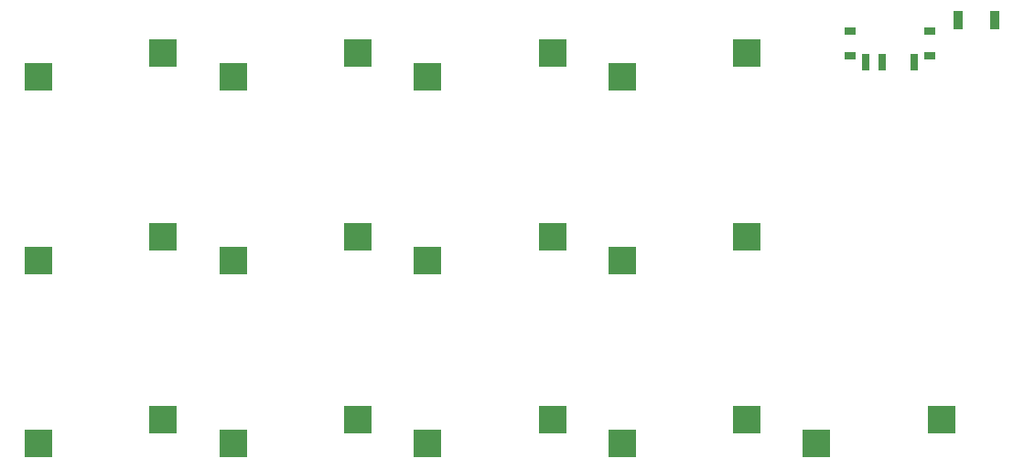
<source format=gbr>
%TF.GenerationSoftware,KiCad,Pcbnew,(5.1.10-1-10_14)*%
%TF.CreationDate,2022-03-08T11:01:30+00:00*%
%TF.ProjectId,The Card Tears Rounded,54686520-4361-4726-9420-546561727320,VERSION_HERE*%
%TF.SameCoordinates,Original*%
%TF.FileFunction,Paste,Top*%
%TF.FilePolarity,Positive*%
%FSLAX46Y46*%
G04 Gerber Fmt 4.6, Leading zero omitted, Abs format (unit mm)*
G04 Created by KiCad (PCBNEW (5.1.10-1-10_14)) date 2022-03-08 11:01:30*
%MOMM*%
%LPD*%
G01*
G04 APERTURE LIST*
%ADD10R,2.600000X2.600000*%
%ADD11R,0.700000X1.500000*%
%ADD12R,1.000000X0.800000*%
%ADD13R,0.900000X1.700000*%
G04 APERTURE END LIST*
D10*
%TO.C,S1*%
X21275000Y5950000D03*
X9725000Y3750000D03*
%TD*%
%TO.C,S3*%
X21275000Y22950000D03*
X9725000Y20750000D03*
%TD*%
%TO.C,S5*%
X21275000Y39950000D03*
X9725000Y37750000D03*
%TD*%
%TO.C,S7*%
X39275000Y5950000D03*
X27725000Y3750000D03*
%TD*%
%TO.C,S9*%
X39275000Y22950000D03*
X27725000Y20750000D03*
%TD*%
%TO.C,S11*%
X39275000Y39950000D03*
X27725000Y37750000D03*
%TD*%
%TO.C,S13*%
X57275000Y5950000D03*
X45725000Y3750000D03*
%TD*%
%TO.C,S15*%
X57275000Y22950000D03*
X45725000Y20750000D03*
%TD*%
%TO.C,S17*%
X57275000Y39950000D03*
X45725000Y37750000D03*
%TD*%
%TO.C,S19*%
X75275000Y5950000D03*
X63725000Y3750000D03*
%TD*%
%TO.C,S21*%
X75275000Y22950000D03*
X63725000Y20750000D03*
%TD*%
%TO.C,S23*%
X75275000Y39950000D03*
X63725000Y37750000D03*
%TD*%
%TO.C,S25*%
X93275000Y5950000D03*
X81725000Y3750000D03*
%TD*%
D11*
%TO.C,*%
X90750000Y39070000D03*
X87750000Y39070000D03*
X86250000Y39070000D03*
D12*
X92150000Y41930000D03*
X84850000Y41930000D03*
X84850000Y39720000D03*
X92150000Y39720000D03*
%TD*%
D13*
%TO.C,*%
X98200000Y43000000D03*
X94800000Y43000000D03*
%TD*%
M02*

</source>
